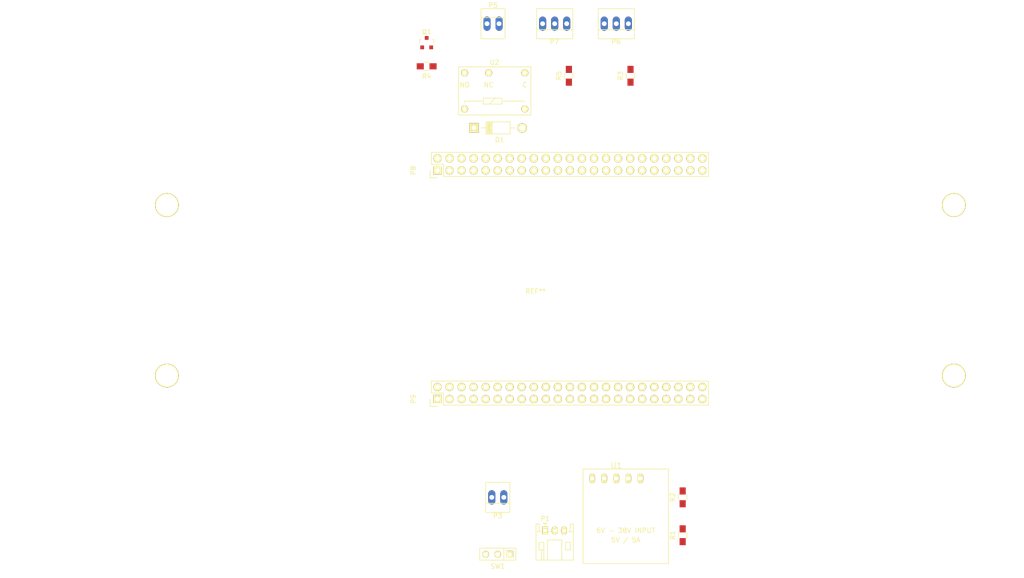
<source format=kicad_pcb>
(kicad_pcb (version 4) (host pcbnew 4.0.2-stable)

  (general
    (links 33)
    (no_connects 33)
    (area 0 0 0 0)
    (thickness 1.6)
    (drawings 13)
    (tracks 0)
    (zones 0)
    (modules 18)
    (nets 101)
  )

  (page A4)
  (layers
    (0 F.Cu signal)
    (31 B.Cu signal)
    (32 B.Adhes user)
    (33 F.Adhes user)
    (34 B.Paste user)
    (35 F.Paste user)
    (36 B.SilkS user)
    (37 F.SilkS user)
    (38 B.Mask user)
    (39 F.Mask user)
    (40 Dwgs.User user)
    (41 Cmts.User user)
    (42 Eco1.User user)
    (43 Eco2.User user)
    (44 Edge.Cuts user)
    (45 Margin user)
    (46 B.CrtYd user)
    (47 F.CrtYd user)
    (48 B.Fab user)
    (49 F.Fab user)
  )

  (setup
    (last_trace_width 0.25)
    (trace_clearance 0.2)
    (zone_clearance 0.508)
    (zone_45_only no)
    (trace_min 0.2)
    (segment_width 0.2)
    (edge_width 0.00254)
    (via_size 0.6)
    (via_drill 0.4)
    (via_min_size 0.4)
    (via_min_drill 0.3)
    (uvia_size 0.3)
    (uvia_drill 0.1)
    (uvias_allowed no)
    (uvia_min_size 0.2)
    (uvia_min_drill 0.1)
    (pcb_text_width 0.3)
    (pcb_text_size 1.5 1.5)
    (mod_edge_width 0.15)
    (mod_text_size 1 1)
    (mod_text_width 0.15)
    (pad_size 1.7272 1.7272)
    (pad_drill 1.016)
    (pad_to_mask_clearance 0)
    (aux_axis_origin 0 0)
    (visible_elements 7FFFFFFF)
    (pcbplotparams
      (layerselection 0x01030_80000001)
      (usegerberextensions false)
      (excludeedgelayer true)
      (linewidth 0.100000)
      (plotframeref false)
      (viasonmask false)
      (mode 1)
      (useauxorigin false)
      (hpglpennumber 1)
      (hpglpenspeed 20)
      (hpglpendiameter 15)
      (hpglpenoverlay 2)
      (psnegative false)
      (psa4output false)
      (plotreference true)
      (plotvalue true)
      (plotinvisibletext false)
      (padsonsilk false)
      (subtractmaskfromsilk false)
      (outputformat 4)
      (mirror false)
      (drillshape 0)
      (scaleselection 1)
      (outputdirectory ""))
  )

  (net 0 "")
  (net 1 "Net-(P8-Pad3)")
  (net 2 "Net-(P8-Pad4)")
  (net 3 "Net-(P8-Pad5)")
  (net 4 "Net-(P8-Pad6)")
  (net 5 "Net-(P8-Pad7)")
  (net 6 "Net-(P8-Pad8)")
  (net 7 "Net-(P8-Pad9)")
  (net 8 "Net-(P8-Pad10)")
  (net 9 "Net-(P8-Pad11)")
  (net 10 "Net-(P8-Pad12)")
  (net 11 "Net-(P8-Pad13)")
  (net 12 "Net-(P8-Pad14)")
  (net 13 "Net-(P8-Pad15)")
  (net 14 "Net-(P8-Pad16)")
  (net 15 "Net-(P8-Pad17)")
  (net 16 "Net-(P8-Pad18)")
  (net 17 "Net-(P8-Pad19)")
  (net 18 "Net-(P8-Pad20)")
  (net 19 "Net-(P8-Pad21)")
  (net 20 "Net-(P8-Pad22)")
  (net 21 "Net-(P8-Pad23)")
  (net 22 "Net-(P8-Pad24)")
  (net 23 "Net-(P8-Pad25)")
  (net 24 "Net-(P8-Pad26)")
  (net 25 "Net-(P8-Pad27)")
  (net 26 "Net-(P8-Pad28)")
  (net 27 "Net-(P8-Pad29)")
  (net 28 "Net-(P8-Pad30)")
  (net 29 "Net-(P8-Pad31)")
  (net 30 "Net-(P8-Pad32)")
  (net 31 "Net-(P8-Pad33)")
  (net 32 "Net-(P8-Pad34)")
  (net 33 "Net-(P8-Pad35)")
  (net 34 "Net-(P8-Pad36)")
  (net 35 "Net-(P8-Pad37)")
  (net 36 "Net-(P8-Pad38)")
  (net 37 "Net-(P8-Pad39)")
  (net 38 "Net-(P8-Pad40)")
  (net 39 "Net-(P8-Pad41)")
  (net 40 "Net-(P8-Pad42)")
  (net 41 "Net-(P8-Pad43)")
  (net 42 "Net-(P8-Pad44)")
  (net 43 "Net-(P8-Pad45)")
  (net 44 "Net-(P8-Pad46)")
  (net 45 "Net-(P9-Pad11)")
  (net 46 "Net-(P9-Pad12)")
  (net 47 "Net-(P9-Pad13)")
  (net 48 "Net-(P9-Pad14)")
  (net 49 "Net-(P9-Pad15)")
  (net 50 "Net-(P9-Pad16)")
  (net 51 "Net-(P9-Pad17)")
  (net 52 "Net-(P9-Pad18)")
  (net 53 "Net-(P9-Pad19)")
  (net 54 "Net-(P9-Pad20)")
  (net 55 "Net-(P9-Pad21)")
  (net 56 "Net-(P9-Pad22)")
  (net 57 "Net-(P9-Pad23)")
  (net 58 "Net-(P9-Pad24)")
  (net 59 "Net-(P9-Pad25)")
  (net 60 "Net-(P9-Pad26)")
  (net 61 "Net-(P9-Pad27)")
  (net 62 "Net-(P9-Pad28)")
  (net 63 "Net-(P9-Pad29)")
  (net 64 "Net-(P9-Pad30)")
  (net 65 "Net-(P9-Pad31)")
  (net 66 "Net-(P9-Pad33)")
  (net 67 "Net-(P9-Pad35)")
  (net 68 "Net-(P9-Pad36)")
  (net 69 "Net-(P9-Pad37)")
  (net 70 "Net-(P9-Pad38)")
  (net 71 "Net-(P9-Pad39)")
  (net 72 "Net-(P9-Pad40)")
  (net 73 "Net-(P9-Pad41)")
  (net 74 "Net-(P9-Pad42)")
  (net 75 GNDD)
  (net 76 +3V3)
  (net 77 +5V)
  (net 78 SYS_5V)
  (net 79 PWR_BUT)
  (net 80 SYS_RESETN)
  (net 81 VDD_ADC)
  (net 82 GNDA_ADC)
  (net 83 "Net-(D1-Pad2)")
  (net 84 "Net-(P1-Pad1)")
  (net 85 "Net-(P1-Pad2)")
  (net 86 "Net-(P1-Pad3)")
  (net 87 ESC_SWITCH)
  (net 88 STEER_PWM)
  (net 89 MOTOR_PWM)
  (net 90 "Net-(P3-Pad1)")
  (net 91 "Net-(P3-Pad2)")
  (net 92 "Net-(P5-Pad1)")
  (net 93 "Net-(P5-Pad2)")
  (net 94 "Net-(P6-Pad1)")
  (net 95 "Net-(P7-Pad1)")
  (net 96 "Net-(P7-Pad2)")
  (net 97 "Net-(R1-Pad2)")
  (net 98 "Net-(R2-Pad2)")
  (net 99 "Net-(SW1-Pad1)")
  (net 100 "Net-(U2-Pad10)")

  (net_class Default "To jest domyślna klasa połączeń."
    (clearance 0.2)
    (trace_width 0.25)
    (via_dia 0.6)
    (via_drill 0.4)
    (uvia_dia 0.3)
    (uvia_drill 0.1)
    (add_net +3V3)
    (add_net +5V)
    (add_net ESC_SWITCH)
    (add_net GNDA_ADC)
    (add_net GNDD)
    (add_net MOTOR_PWM)
    (add_net "Net-(D1-Pad2)")
    (add_net "Net-(P1-Pad1)")
    (add_net "Net-(P1-Pad2)")
    (add_net "Net-(P1-Pad3)")
    (add_net "Net-(P3-Pad1)")
    (add_net "Net-(P3-Pad2)")
    (add_net "Net-(P5-Pad1)")
    (add_net "Net-(P5-Pad2)")
    (add_net "Net-(P6-Pad1)")
    (add_net "Net-(P7-Pad1)")
    (add_net "Net-(P7-Pad2)")
    (add_net "Net-(P8-Pad10)")
    (add_net "Net-(P8-Pad11)")
    (add_net "Net-(P8-Pad12)")
    (add_net "Net-(P8-Pad13)")
    (add_net "Net-(P8-Pad14)")
    (add_net "Net-(P8-Pad15)")
    (add_net "Net-(P8-Pad16)")
    (add_net "Net-(P8-Pad17)")
    (add_net "Net-(P8-Pad18)")
    (add_net "Net-(P8-Pad19)")
    (add_net "Net-(P8-Pad20)")
    (add_net "Net-(P8-Pad21)")
    (add_net "Net-(P8-Pad22)")
    (add_net "Net-(P8-Pad23)")
    (add_net "Net-(P8-Pad24)")
    (add_net "Net-(P8-Pad25)")
    (add_net "Net-(P8-Pad26)")
    (add_net "Net-(P8-Pad27)")
    (add_net "Net-(P8-Pad28)")
    (add_net "Net-(P8-Pad29)")
    (add_net "Net-(P8-Pad3)")
    (add_net "Net-(P8-Pad30)")
    (add_net "Net-(P8-Pad31)")
    (add_net "Net-(P8-Pad32)")
    (add_net "Net-(P8-Pad33)")
    (add_net "Net-(P8-Pad34)")
    (add_net "Net-(P8-Pad35)")
    (add_net "Net-(P8-Pad36)")
    (add_net "Net-(P8-Pad37)")
    (add_net "Net-(P8-Pad38)")
    (add_net "Net-(P8-Pad39)")
    (add_net "Net-(P8-Pad4)")
    (add_net "Net-(P8-Pad40)")
    (add_net "Net-(P8-Pad41)")
    (add_net "Net-(P8-Pad42)")
    (add_net "Net-(P8-Pad43)")
    (add_net "Net-(P8-Pad44)")
    (add_net "Net-(P8-Pad45)")
    (add_net "Net-(P8-Pad46)")
    (add_net "Net-(P8-Pad5)")
    (add_net "Net-(P8-Pad6)")
    (add_net "Net-(P8-Pad7)")
    (add_net "Net-(P8-Pad8)")
    (add_net "Net-(P8-Pad9)")
    (add_net "Net-(P9-Pad11)")
    (add_net "Net-(P9-Pad12)")
    (add_net "Net-(P9-Pad13)")
    (add_net "Net-(P9-Pad14)")
    (add_net "Net-(P9-Pad15)")
    (add_net "Net-(P9-Pad16)")
    (add_net "Net-(P9-Pad17)")
    (add_net "Net-(P9-Pad18)")
    (add_net "Net-(P9-Pad19)")
    (add_net "Net-(P9-Pad20)")
    (add_net "Net-(P9-Pad21)")
    (add_net "Net-(P9-Pad22)")
    (add_net "Net-(P9-Pad23)")
    (add_net "Net-(P9-Pad24)")
    (add_net "Net-(P9-Pad25)")
    (add_net "Net-(P9-Pad26)")
    (add_net "Net-(P9-Pad27)")
    (add_net "Net-(P9-Pad28)")
    (add_net "Net-(P9-Pad29)")
    (add_net "Net-(P9-Pad30)")
    (add_net "Net-(P9-Pad31)")
    (add_net "Net-(P9-Pad33)")
    (add_net "Net-(P9-Pad35)")
    (add_net "Net-(P9-Pad36)")
    (add_net "Net-(P9-Pad37)")
    (add_net "Net-(P9-Pad38)")
    (add_net "Net-(P9-Pad39)")
    (add_net "Net-(P9-Pad40)")
    (add_net "Net-(P9-Pad41)")
    (add_net "Net-(P9-Pad42)")
    (add_net "Net-(R1-Pad2)")
    (add_net "Net-(R2-Pad2)")
    (add_net "Net-(SW1-Pad1)")
    (add_net "Net-(U2-Pad10)")
    (add_net PWR_BUT)
    (add_net STEER_PWM)
    (add_net SYS_5V)
    (add_net SYS_RESETN)
    (add_net VDD_ADC)
  )

  (module 1_18_CarMount (layer F.Cu) (tedit 576ED951) (tstamp 576ED97E)
    (at 146 89)
    (fp_text reference REF** (at 0 0.5) (layer F.SilkS)
      (effects (font (size 1 1) (thickness 0.15)))
    )
    (fp_text value 1_18_CarMount (at 0 -0.5) (layer F.Fab)
      (effects (font (size 1 1) (thickness 0.15)))
    )
    (pad 1 thru_hole circle (at 88.2 18.29) (size 5 5) (drill 4.5) (layers *.Cu *.Mask F.SilkS))
    (pad 1 thru_hole circle (at 88.2 -17.71) (size 5 5) (drill 4.5) (layers *.Cu *.Mask F.SilkS))
    (pad 1 thru_hole circle (at -77.8 18.29) (size 5 5) (drill 4.5) (layers *.Cu *.Mask F.SilkS))
    (pad 1 thru_hole circle (at -77.8 -17.71) (size 5 5) (drill 4.5) (layers *.Cu *.Mask F.SilkS))
  )

  (module Socket_BeagleBone_Black:Socket_BeagleBone_Black (layer F.Cu) (tedit 55DF76F9) (tstamp 55DF7717)
    (at 125.2774 63.9849 90)
    (descr "Through hole pin header")
    (tags "pin header")
    (path /55DF7DE1)
    (fp_text reference P8 (at 0 -5.1 90) (layer F.SilkS)
      (effects (font (size 1 1) (thickness 0.15)))
    )
    (fp_text value BeagleBone_Black_Header (at 0 -3.1 90) (layer F.Fab)
      (effects (font (size 1 1) (thickness 0.15)))
    )
    (fp_line (start -1.75 -1.75) (end -1.75 57.65) (layer F.CrtYd) (width 0.05))
    (fp_line (start 4.3 -1.75) (end 4.3 57.65) (layer F.CrtYd) (width 0.05))
    (fp_line (start -1.75 -1.75) (end 4.3 -1.75) (layer F.CrtYd) (width 0.05))
    (fp_line (start -1.75 57.65) (end 4.3 57.65) (layer F.CrtYd) (width 0.05))
    (fp_line (start 3.81 57.15) (end 3.81 -1.27) (layer F.SilkS) (width 0.15))
    (fp_line (start -1.27 57.15) (end -1.27 1.27) (layer F.SilkS) (width 0.15))
    (fp_line (start 3.81 57.15) (end -1.27 57.15) (layer F.SilkS) (width 0.15))
    (fp_line (start 3.81 -1.27) (end 1.27 -1.27) (layer F.SilkS) (width 0.15))
    (fp_line (start 0 -1.55) (end -1.55 -1.55) (layer F.SilkS) (width 0.15))
    (fp_line (start 1.27 -1.27) (end 1.27 1.27) (layer F.SilkS) (width 0.15))
    (fp_line (start 1.27 1.27) (end -1.27 1.27) (layer F.SilkS) (width 0.15))
    (fp_line (start -1.55 -1.55) (end -1.55 0) (layer F.SilkS) (width 0.15))
    (pad 1 thru_hole rect (at 0 0 90) (size 1.7272 1.7272) (drill 1.016) (layers *.Cu *.Mask F.SilkS)
      (net 75 GNDD))
    (pad 2 thru_hole oval (at 2.54 0 90) (size 1.7272 1.7272) (drill 1.016) (layers *.Cu *.Mask F.SilkS)
      (net 75 GNDD))
    (pad 3 thru_hole oval (at 0 2.54 90) (size 1.7272 1.7272) (drill 1.016) (layers *.Cu *.Mask F.SilkS)
      (net 1 "Net-(P8-Pad3)"))
    (pad 4 thru_hole oval (at 2.54 2.54 90) (size 1.7272 1.7272) (drill 1.016) (layers *.Cu *.Mask F.SilkS)
      (net 2 "Net-(P8-Pad4)"))
    (pad 5 thru_hole oval (at 0 5.08 90) (size 1.7272 1.7272) (drill 1.016) (layers *.Cu *.Mask F.SilkS)
      (net 3 "Net-(P8-Pad5)"))
    (pad 6 thru_hole oval (at 2.54 5.08 90) (size 1.7272 1.7272) (drill 1.016) (layers *.Cu *.Mask F.SilkS)
      (net 4 "Net-(P8-Pad6)"))
    (pad 7 thru_hole oval (at 0 7.62 90) (size 1.7272 1.7272) (drill 1.016) (layers *.Cu *.Mask F.SilkS)
      (net 5 "Net-(P8-Pad7)"))
    (pad 8 thru_hole oval (at 2.54 7.62 90) (size 1.7272 1.7272) (drill 1.016) (layers *.Cu *.Mask F.SilkS)
      (net 6 "Net-(P8-Pad8)"))
    (pad 9 thru_hole oval (at 0 10.16 90) (size 1.7272 1.7272) (drill 1.016) (layers *.Cu *.Mask F.SilkS)
      (net 7 "Net-(P8-Pad9)"))
    (pad 10 thru_hole oval (at 2.54 10.16 90) (size 1.7272 1.7272) (drill 1.016) (layers *.Cu *.Mask F.SilkS)
      (net 8 "Net-(P8-Pad10)"))
    (pad 11 thru_hole oval (at 0 12.7 90) (size 1.7272 1.7272) (drill 1.016) (layers *.Cu *.Mask F.SilkS)
      (net 9 "Net-(P8-Pad11)"))
    (pad 12 thru_hole oval (at 2.54 12.7 90) (size 1.7272 1.7272) (drill 1.016) (layers *.Cu *.Mask F.SilkS)
      (net 10 "Net-(P8-Pad12)"))
    (pad 13 thru_hole oval (at 0 15.24 90) (size 1.7272 1.7272) (drill 1.016) (layers *.Cu *.Mask F.SilkS)
      (net 11 "Net-(P8-Pad13)"))
    (pad 14 thru_hole oval (at 2.54 15.24 90) (size 1.7272 1.7272) (drill 1.016) (layers *.Cu *.Mask F.SilkS)
      (net 12 "Net-(P8-Pad14)"))
    (pad 15 thru_hole oval (at 0 17.78 90) (size 1.7272 1.7272) (drill 1.016) (layers *.Cu *.Mask F.SilkS)
      (net 13 "Net-(P8-Pad15)"))
    (pad 16 thru_hole oval (at 2.54 17.78 90) (size 1.7272 1.7272) (drill 1.016) (layers *.Cu *.Mask F.SilkS)
      (net 14 "Net-(P8-Pad16)"))
    (pad 17 thru_hole oval (at 0 20.32 90) (size 1.7272 1.7272) (drill 1.016) (layers *.Cu *.Mask F.SilkS)
      (net 15 "Net-(P8-Pad17)"))
    (pad 18 thru_hole oval (at 2.54 20.32 90) (size 1.7272 1.7272) (drill 1.016) (layers *.Cu *.Mask F.SilkS)
      (net 16 "Net-(P8-Pad18)"))
    (pad 19 thru_hole oval (at 0 22.86 90) (size 1.7272 1.7272) (drill 1.016) (layers *.Cu *.Mask F.SilkS)
      (net 17 "Net-(P8-Pad19)"))
    (pad 20 thru_hole oval (at 2.54 22.86 90) (size 1.7272 1.7272) (drill 1.016) (layers *.Cu *.Mask F.SilkS)
      (net 18 "Net-(P8-Pad20)"))
    (pad 21 thru_hole oval (at 0 25.4 90) (size 1.7272 1.7272) (drill 1.016) (layers *.Cu *.Mask F.SilkS)
      (net 19 "Net-(P8-Pad21)"))
    (pad 22 thru_hole oval (at 2.54 25.4 90) (size 1.7272 1.7272) (drill 1.016) (layers *.Cu *.Mask F.SilkS)
      (net 20 "Net-(P8-Pad22)"))
    (pad 23 thru_hole oval (at 0 27.94 90) (size 1.7272 1.7272) (drill 1.016) (layers *.Cu *.Mask F.SilkS)
      (net 21 "Net-(P8-Pad23)"))
    (pad 24 thru_hole oval (at 2.54 27.94 90) (size 1.7272 1.7272) (drill 1.016) (layers *.Cu *.Mask F.SilkS)
      (net 22 "Net-(P8-Pad24)"))
    (pad 25 thru_hole oval (at 0 30.48 90) (size 1.7272 1.7272) (drill 1.016) (layers *.Cu *.Mask F.SilkS)
      (net 23 "Net-(P8-Pad25)"))
    (pad 26 thru_hole oval (at 2.54 30.48 90) (size 1.7272 1.7272) (drill 1.016) (layers *.Cu *.Mask F.SilkS)
      (net 24 "Net-(P8-Pad26)"))
    (pad 27 thru_hole oval (at 0 33.02 90) (size 1.7272 1.7272) (drill 1.016) (layers *.Cu *.Mask F.SilkS)
      (net 25 "Net-(P8-Pad27)"))
    (pad 28 thru_hole oval (at 2.54 33.02 90) (size 1.7272 1.7272) (drill 1.016) (layers *.Cu *.Mask F.SilkS)
      (net 26 "Net-(P8-Pad28)"))
    (pad 29 thru_hole oval (at 0 35.56 90) (size 1.7272 1.7272) (drill 1.016) (layers *.Cu *.Mask F.SilkS)
      (net 27 "Net-(P8-Pad29)"))
    (pad 30 thru_hole oval (at 2.54 35.56 90) (size 1.7272 1.7272) (drill 1.016) (layers *.Cu *.Mask F.SilkS)
      (net 28 "Net-(P8-Pad30)"))
    (pad 31 thru_hole oval (at 0 38.1 90) (size 1.7272 1.7272) (drill 1.016) (layers *.Cu *.Mask F.SilkS)
      (net 29 "Net-(P8-Pad31)"))
    (pad 32 thru_hole oval (at 2.54 38.1 90) (size 1.7272 1.7272) (drill 1.016) (layers *.Cu *.Mask F.SilkS)
      (net 30 "Net-(P8-Pad32)"))
    (pad 33 thru_hole oval (at 0 40.64 90) (size 1.7272 1.7272) (drill 1.016) (layers *.Cu *.Mask F.SilkS)
      (net 31 "Net-(P8-Pad33)"))
    (pad 34 thru_hole oval (at 2.54 40.64 90) (size 1.7272 1.7272) (drill 1.016) (layers *.Cu *.Mask F.SilkS)
      (net 32 "Net-(P8-Pad34)"))
    (pad 35 thru_hole oval (at 0 43.18 90) (size 1.7272 1.7272) (drill 1.016) (layers *.Cu *.Mask F.SilkS)
      (net 33 "Net-(P8-Pad35)"))
    (pad 36 thru_hole oval (at 2.54 43.18 90) (size 1.7272 1.7272) (drill 1.016) (layers *.Cu *.Mask F.SilkS)
      (net 34 "Net-(P8-Pad36)"))
    (pad 37 thru_hole oval (at 0 45.72 90) (size 1.7272 1.7272) (drill 1.016) (layers *.Cu *.Mask F.SilkS)
      (net 35 "Net-(P8-Pad37)"))
    (pad 38 thru_hole oval (at 2.54 45.72 90) (size 1.7272 1.7272) (drill 1.016) (layers *.Cu *.Mask F.SilkS)
      (net 36 "Net-(P8-Pad38)"))
    (pad 39 thru_hole oval (at 0 48.26 90) (size 1.7272 1.7272) (drill 1.016) (layers *.Cu *.Mask F.SilkS)
      (net 37 "Net-(P8-Pad39)"))
    (pad 40 thru_hole oval (at 2.54 48.26 90) (size 1.7272 1.7272) (drill 1.016) (layers *.Cu *.Mask F.SilkS)
      (net 38 "Net-(P8-Pad40)"))
    (pad 41 thru_hole oval (at 0 50.8 90) (size 1.7272 1.7272) (drill 1.016) (layers *.Cu *.Mask F.SilkS)
      (net 39 "Net-(P8-Pad41)"))
    (pad 42 thru_hole oval (at 2.54 50.8 90) (size 1.7272 1.7272) (drill 1.016) (layers *.Cu *.Mask F.SilkS)
      (net 40 "Net-(P8-Pad42)"))
    (pad 43 thru_hole oval (at 0 53.34 90) (size 1.7272 1.7272) (drill 1.016) (layers *.Cu *.Mask F.SilkS)
      (net 41 "Net-(P8-Pad43)"))
    (pad 44 thru_hole oval (at 2.54 53.34 90) (size 1.7272 1.7272) (drill 1.016) (layers *.Cu *.Mask F.SilkS)
      (net 42 "Net-(P8-Pad44)"))
    (pad 45 thru_hole oval (at 0 55.88 90) (size 1.7272 1.7272) (drill 1.016) (layers *.Cu *.Mask F.SilkS)
      (net 43 "Net-(P8-Pad45)"))
    (pad 46 thru_hole oval (at 2.54 55.88 90) (size 1.7272 1.7272) (drill 1.016) (layers *.Cu *.Mask F.SilkS)
      (net 44 "Net-(P8-Pad46)"))
    (model ${KIPRJMOD}/Socket_BeagleBone_Black.3dshapes/Socket_BeagleBone_Black.wrl
      (at (xyz 0.05 -1.1 0))
      (scale (xyz 1 1 1))
      (rotate (xyz 0 0 90))
    )
  )

  (module Socket_BeagleBone_Black:Socket_BeagleBone_Black (layer F.Cu) (tedit 0) (tstamp 55DF7748)
    (at 125.2774 112.2449 90)
    (descr "Through hole pin header")
    (tags "pin header")
    (path /55DF7DBA)
    (fp_text reference P9 (at 0 -5.1 90) (layer F.SilkS)
      (effects (font (size 1 1) (thickness 0.15)))
    )
    (fp_text value BeagleBone_Black_Header (at 0 -3.1 90) (layer F.Fab)
      (effects (font (size 1 1) (thickness 0.15)))
    )
    (fp_line (start -1.75 -1.75) (end -1.75 57.65) (layer F.CrtYd) (width 0.05))
    (fp_line (start 4.3 -1.75) (end 4.3 57.65) (layer F.CrtYd) (width 0.05))
    (fp_line (start -1.75 -1.75) (end 4.3 -1.75) (layer F.CrtYd) (width 0.05))
    (fp_line (start -1.75 57.65) (end 4.3 57.65) (layer F.CrtYd) (width 0.05))
    (fp_line (start 3.81 57.15) (end 3.81 -1.27) (layer F.SilkS) (width 0.15))
    (fp_line (start -1.27 57.15) (end -1.27 1.27) (layer F.SilkS) (width 0.15))
    (fp_line (start 3.81 57.15) (end -1.27 57.15) (layer F.SilkS) (width 0.15))
    (fp_line (start 3.81 -1.27) (end 1.27 -1.27) (layer F.SilkS) (width 0.15))
    (fp_line (start 0 -1.55) (end -1.55 -1.55) (layer F.SilkS) (width 0.15))
    (fp_line (start 1.27 -1.27) (end 1.27 1.27) (layer F.SilkS) (width 0.15))
    (fp_line (start 1.27 1.27) (end -1.27 1.27) (layer F.SilkS) (width 0.15))
    (fp_line (start -1.55 -1.55) (end -1.55 0) (layer F.SilkS) (width 0.15))
    (pad 1 thru_hole rect (at 0 0 90) (size 1.7272 1.7272) (drill 1.016) (layers *.Cu *.Mask F.SilkS)
      (net 75 GNDD))
    (pad 2 thru_hole oval (at 2.54 0 90) (size 1.7272 1.7272) (drill 1.016) (layers *.Cu *.Mask F.SilkS)
      (net 75 GNDD))
    (pad 3 thru_hole oval (at 0 2.54 90) (size 1.7272 1.7272) (drill 1.016) (layers *.Cu *.Mask F.SilkS)
      (net 76 +3V3))
    (pad 4 thru_hole oval (at 2.54 2.54 90) (size 1.7272 1.7272) (drill 1.016) (layers *.Cu *.Mask F.SilkS)
      (net 76 +3V3))
    (pad 5 thru_hole oval (at 0 5.08 90) (size 1.7272 1.7272) (drill 1.016) (layers *.Cu *.Mask F.SilkS)
      (net 77 +5V))
    (pad 6 thru_hole oval (at 2.54 5.08 90) (size 1.7272 1.7272) (drill 1.016) (layers *.Cu *.Mask F.SilkS)
      (net 77 +5V))
    (pad 7 thru_hole oval (at 0 7.62 90) (size 1.7272 1.7272) (drill 1.016) (layers *.Cu *.Mask F.SilkS)
      (net 78 SYS_5V))
    (pad 8 thru_hole oval (at 2.54 7.62 90) (size 1.7272 1.7272) (drill 1.016) (layers *.Cu *.Mask F.SilkS)
      (net 78 SYS_5V))
    (pad 9 thru_hole oval (at 0 10.16 90) (size 1.7272 1.7272) (drill 1.016) (layers *.Cu *.Mask F.SilkS)
      (net 79 PWR_BUT))
    (pad 10 thru_hole oval (at 2.54 10.16 90) (size 1.7272 1.7272) (drill 1.016) (layers *.Cu *.Mask F.SilkS)
      (net 80 SYS_RESETN))
    (pad 11 thru_hole oval (at 0 12.7 90) (size 1.7272 1.7272) (drill 1.016) (layers *.Cu *.Mask F.SilkS)
      (net 45 "Net-(P9-Pad11)"))
    (pad 12 thru_hole oval (at 2.54 12.7 90) (size 1.7272 1.7272) (drill 1.016) (layers *.Cu *.Mask F.SilkS)
      (net 46 "Net-(P9-Pad12)"))
    (pad 13 thru_hole oval (at 0 15.24 90) (size 1.7272 1.7272) (drill 1.016) (layers *.Cu *.Mask F.SilkS)
      (net 47 "Net-(P9-Pad13)"))
    (pad 14 thru_hole oval (at 2.54 15.24 90) (size 1.7272 1.7272) (drill 1.016) (layers *.Cu *.Mask F.SilkS)
      (net 48 "Net-(P9-Pad14)"))
    (pad 15 thru_hole oval (at 0 17.78 90) (size 1.7272 1.7272) (drill 1.016) (layers *.Cu *.Mask F.SilkS)
      (net 49 "Net-(P9-Pad15)"))
    (pad 16 thru_hole oval (at 2.54 17.78 90) (size 1.7272 1.7272) (drill 1.016) (layers *.Cu *.Mask F.SilkS)
      (net 50 "Net-(P9-Pad16)"))
    (pad 17 thru_hole oval (at 0 20.32 90) (size 1.7272 1.7272) (drill 1.016) (layers *.Cu *.Mask F.SilkS)
      (net 51 "Net-(P9-Pad17)"))
    (pad 18 thru_hole oval (at 2.54 20.32 90) (size 1.7272 1.7272) (drill 1.016) (layers *.Cu *.Mask F.SilkS)
      (net 52 "Net-(P9-Pad18)"))
    (pad 19 thru_hole oval (at 0 22.86 90) (size 1.7272 1.7272) (drill 1.016) (layers *.Cu *.Mask F.SilkS)
      (net 53 "Net-(P9-Pad19)"))
    (pad 20 thru_hole oval (at 2.54 22.86 90) (size 1.7272 1.7272) (drill 1.016) (layers *.Cu *.Mask F.SilkS)
      (net 54 "Net-(P9-Pad20)"))
    (pad 21 thru_hole oval (at 0 25.4 90) (size 1.7272 1.7272) (drill 1.016) (layers *.Cu *.Mask F.SilkS)
      (net 55 "Net-(P9-Pad21)"))
    (pad 22 thru_hole oval (at 2.54 25.4 90) (size 1.7272 1.7272) (drill 1.016) (layers *.Cu *.Mask F.SilkS)
      (net 56 "Net-(P9-Pad22)"))
    (pad 23 thru_hole oval (at 0 27.94 90) (size 1.7272 1.7272) (drill 1.016) (layers *.Cu *.Mask F.SilkS)
      (net 57 "Net-(P9-Pad23)"))
    (pad 24 thru_hole oval (at 2.54 27.94 90) (size 1.7272 1.7272) (drill 1.016) (layers *.Cu *.Mask F.SilkS)
      (net 58 "Net-(P9-Pad24)"))
    (pad 25 thru_hole oval (at 0 30.48 90) (size 1.7272 1.7272) (drill 1.016) (layers *.Cu *.Mask F.SilkS)
      (net 59 "Net-(P9-Pad25)"))
    (pad 26 thru_hole oval (at 2.54 30.48 90) (size 1.7272 1.7272) (drill 1.016) (layers *.Cu *.Mask F.SilkS)
      (net 60 "Net-(P9-Pad26)"))
    (pad 27 thru_hole oval (at 0 33.02 90) (size 1.7272 1.7272) (drill 1.016) (layers *.Cu *.Mask F.SilkS)
      (net 61 "Net-(P9-Pad27)"))
    (pad 28 thru_hole oval (at 2.54 33.02 90) (size 1.7272 1.7272) (drill 1.016) (layers *.Cu *.Mask F.SilkS)
      (net 62 "Net-(P9-Pad28)"))
    (pad 29 thru_hole oval (at 0 35.56 90) (size 1.7272 1.7272) (drill 1.016) (layers *.Cu *.Mask F.SilkS)
      (net 63 "Net-(P9-Pad29)"))
    (pad 30 thru_hole oval (at 2.54 35.56 90) (size 1.7272 1.7272) (drill 1.016) (layers *.Cu *.Mask F.SilkS)
      (net 64 "Net-(P9-Pad30)"))
    (pad 31 thru_hole oval (at 0 38.1 90) (size 1.7272 1.7272) (drill 1.016) (layers *.Cu *.Mask F.SilkS)
      (net 65 "Net-(P9-Pad31)"))
    (pad 32 thru_hole oval (at 2.54 38.1 90) (size 1.7272 1.7272) (drill 1.016) (layers *.Cu *.Mask F.SilkS)
      (net 81 VDD_ADC))
    (pad 33 thru_hole oval (at 0 40.64 90) (size 1.7272 1.7272) (drill 1.016) (layers *.Cu *.Mask F.SilkS)
      (net 66 "Net-(P9-Pad33)"))
    (pad 34 thru_hole oval (at 2.54 40.64 90) (size 1.7272 1.7272) (drill 1.016) (layers *.Cu *.Mask F.SilkS)
      (net 82 GNDA_ADC))
    (pad 35 thru_hole oval (at 0 43.18 90) (size 1.7272 1.7272) (drill 1.016) (layers *.Cu *.Mask F.SilkS)
      (net 67 "Net-(P9-Pad35)"))
    (pad 36 thru_hole oval (at 2.54 43.18 90) (size 1.7272 1.7272) (drill 1.016) (layers *.Cu *.Mask F.SilkS)
      (net 68 "Net-(P9-Pad36)"))
    (pad 37 thru_hole oval (at 0 45.72 90) (size 1.7272 1.7272) (drill 1.016) (layers *.Cu *.Mask F.SilkS)
      (net 69 "Net-(P9-Pad37)"))
    (pad 38 thru_hole oval (at 2.54 45.72 90) (size 1.7272 1.7272) (drill 1.016) (layers *.Cu *.Mask F.SilkS)
      (net 70 "Net-(P9-Pad38)"))
    (pad 39 thru_hole oval (at 0 48.26 90) (size 1.7272 1.7272) (drill 1.016) (layers *.Cu *.Mask F.SilkS)
      (net 71 "Net-(P9-Pad39)"))
    (pad 40 thru_hole oval (at 2.54 48.26 90) (size 1.7272 1.7272) (drill 1.016) (layers *.Cu *.Mask F.SilkS)
      (net 72 "Net-(P9-Pad40)"))
    (pad 41 thru_hole oval (at 0 50.8 90) (size 1.7272 1.7272) (drill 1.016) (layers *.Cu *.Mask F.SilkS)
      (net 73 "Net-(P9-Pad41)"))
    (pad 42 thru_hole oval (at 2.54 50.8 90) (size 1.7272 1.7272) (drill 1.016) (layers *.Cu *.Mask F.SilkS)
      (net 74 "Net-(P9-Pad42)"))
    (pad 43 thru_hole oval (at 0 53.34 90) (size 1.7272 1.7272) (drill 1.016) (layers *.Cu *.Mask F.SilkS)
      (net 75 GNDD))
    (pad 44 thru_hole oval (at 2.54 53.34 90) (size 1.7272 1.7272) (drill 1.016) (layers *.Cu *.Mask F.SilkS)
      (net 75 GNDD))
    (pad 45 thru_hole oval (at 0 55.88 90) (size 1.7272 1.7272) (drill 1.016) (layers *.Cu *.Mask F.SilkS)
      (net 75 GNDD))
    (pad 46 thru_hole oval (at 2.54 55.88 90) (size 1.7272 1.7272) (drill 1.016) (layers *.Cu *.Mask F.SilkS)
      (net 75 GNDD))
    (model ${KIPRJMOD}/Socket_BeagleBone_Black.3dshapes/Socket_BeagleBone_Black.wrl
      (at (xyz 0.05 -1.1 0))
      (scale (xyz 1 1 1))
      (rotate (xyz 0 0 90))
    )
  )

  (module Diodes_ThroughHole:Diode_DO-41_SOD81_Horizontal_RM10 (layer F.Cu) (tedit 552FFCCE) (tstamp 576F021C)
    (at 133 55)
    (descr "Diode, DO-41, SOD81, Horizontal, RM 10mm,")
    (tags "Diode, DO-41, SOD81, Horizontal, RM 10mm, 1N4007, SB140,")
    (path /576EFEB1)
    (fp_text reference D1 (at 5.38734 2.53746) (layer F.SilkS)
      (effects (font (size 1 1) (thickness 0.15)))
    )
    (fp_text value D (at 4.37134 -3.55854) (layer F.Fab)
      (effects (font (size 1 1) (thickness 0.15)))
    )
    (fp_line (start 7.62 -0.00254) (end 8.636 -0.00254) (layer F.SilkS) (width 0.15))
    (fp_line (start 2.794 -0.00254) (end 1.524 -0.00254) (layer F.SilkS) (width 0.15))
    (fp_line (start 3.048 -1.27254) (end 3.048 1.26746) (layer F.SilkS) (width 0.15))
    (fp_line (start 3.302 -1.27254) (end 3.302 1.26746) (layer F.SilkS) (width 0.15))
    (fp_line (start 3.556 -1.27254) (end 3.556 1.26746) (layer F.SilkS) (width 0.15))
    (fp_line (start 2.794 -1.27254) (end 2.794 1.26746) (layer F.SilkS) (width 0.15))
    (fp_line (start 3.81 -1.27254) (end 2.54 1.26746) (layer F.SilkS) (width 0.15))
    (fp_line (start 2.54 -1.27254) (end 3.81 1.26746) (layer F.SilkS) (width 0.15))
    (fp_line (start 3.81 -1.27254) (end 3.81 1.26746) (layer F.SilkS) (width 0.15))
    (fp_line (start 3.175 -1.27254) (end 3.175 1.26746) (layer F.SilkS) (width 0.15))
    (fp_line (start 2.54 1.26746) (end 2.54 -1.27254) (layer F.SilkS) (width 0.15))
    (fp_line (start 2.54 -1.27254) (end 7.62 -1.27254) (layer F.SilkS) (width 0.15))
    (fp_line (start 7.62 -1.27254) (end 7.62 1.26746) (layer F.SilkS) (width 0.15))
    (fp_line (start 7.62 1.26746) (end 2.54 1.26746) (layer F.SilkS) (width 0.15))
    (pad 2 thru_hole circle (at 10.16 -0.00254 180) (size 1.99898 1.99898) (drill 1.27) (layers *.Cu *.Mask F.SilkS)
      (net 83 "Net-(D1-Pad2)"))
    (pad 1 thru_hole rect (at 0 -0.00254 180) (size 1.99898 1.99898) (drill 1.00076) (layers *.Cu *.Mask F.SilkS)
      (net 77 +5V))
  )

  (module Connectors_JST:JST_PH_S3B-PH-K_03x2.00mm_Angled (layer F.Cu) (tedit 56B07786) (tstamp 576F0223)
    (at 148 140)
    (descr http://www.jst-mfg.com/product/pdf/eng/ePH.pdf)
    (tags "connector jst ph")
    (path /576EDC85)
    (fp_text reference P1 (at 0 -2.5) (layer F.SilkS)
      (effects (font (size 1 1) (thickness 0.15)))
    )
    (fp_text value CONN_01X03 (at 2 7.5) (layer F.Fab)
      (effects (font (size 1 1) (thickness 0.15)))
    )
    (fp_line (start 0.5 6.25) (end 0.5 2) (layer F.SilkS) (width 0.15))
    (fp_line (start 0.5 2) (end 3.5 2) (layer F.SilkS) (width 0.15))
    (fp_line (start 3.5 2) (end 3.5 6.25) (layer F.SilkS) (width 0.15))
    (fp_line (start -0.9 0.25) (end -1.25 0.25) (layer F.SilkS) (width 0.15))
    (fp_line (start -1.25 0.25) (end -1.25 -1.35) (layer F.SilkS) (width 0.15))
    (fp_line (start -1.25 -1.35) (end -1.95 -1.35) (layer F.SilkS) (width 0.15))
    (fp_line (start -1.95 -1.35) (end -1.95 6.25) (layer F.SilkS) (width 0.15))
    (fp_line (start -1.95 6.25) (end 5.95 6.25) (layer F.SilkS) (width 0.15))
    (fp_line (start 5.95 6.25) (end 5.95 -1.35) (layer F.SilkS) (width 0.15))
    (fp_line (start 5.95 -1.35) (end 5.25 -1.35) (layer F.SilkS) (width 0.15))
    (fp_line (start 5.25 -1.35) (end 5.25 0.25) (layer F.SilkS) (width 0.15))
    (fp_line (start 5.25 0.25) (end 4.9 0.25) (layer F.SilkS) (width 0.15))
    (fp_line (start 0 -1.2) (end -0.4 -1.6) (layer F.SilkS) (width 0.15))
    (fp_line (start -0.4 -1.6) (end 0.4 -1.6) (layer F.SilkS) (width 0.15))
    (fp_line (start 0.4 -1.6) (end 0 -1.2) (layer F.SilkS) (width 0.15))
    (fp_line (start -1.95 0.25) (end -1.25 0.25) (layer F.SilkS) (width 0.15))
    (fp_line (start 5.95 0.25) (end 5.25 0.25) (layer F.SilkS) (width 0.15))
    (fp_line (start -1.3 2.5) (end -1.3 4.1) (layer F.SilkS) (width 0.15))
    (fp_line (start -1.3 4.1) (end -0.3 4.1) (layer F.SilkS) (width 0.15))
    (fp_line (start -0.3 4.1) (end -0.3 2.5) (layer F.SilkS) (width 0.15))
    (fp_line (start -0.3 2.5) (end -1.3 2.5) (layer F.SilkS) (width 0.15))
    (fp_line (start 5.3 2.5) (end 5.3 4.1) (layer F.SilkS) (width 0.15))
    (fp_line (start 5.3 4.1) (end 4.3 4.1) (layer F.SilkS) (width 0.15))
    (fp_line (start 4.3 4.1) (end 4.3 2.5) (layer F.SilkS) (width 0.15))
    (fp_line (start 4.3 2.5) (end 5.3 2.5) (layer F.SilkS) (width 0.15))
    (fp_line (start -0.3 4.1) (end -0.3 6.25) (layer F.SilkS) (width 0.15))
    (fp_line (start -0.8 4.1) (end -0.8 6.25) (layer F.SilkS) (width 0.15))
    (fp_line (start 0.9 0.25) (end 1.1 0.25) (layer F.SilkS) (width 0.15))
    (fp_line (start 2.9 0.25) (end 3.1 0.25) (layer F.SilkS) (width 0.15))
    (fp_line (start -2.45 6.75) (end -2.45 -1.85) (layer F.CrtYd) (width 0.05))
    (fp_line (start -2.45 -1.85) (end 6.45 -1.85) (layer F.CrtYd) (width 0.05))
    (fp_line (start 6.45 -1.85) (end 6.45 6.75) (layer F.CrtYd) (width 0.05))
    (fp_line (start 6.45 6.75) (end -2.45 6.75) (layer F.CrtYd) (width 0.05))
    (pad 1 thru_hole rect (at 0 0) (size 1.2 1.7) (drill 0.7) (layers *.Cu *.Mask F.SilkS)
      (net 84 "Net-(P1-Pad1)"))
    (pad 2 thru_hole oval (at 2 0) (size 1.2 1.7) (drill 0.7) (layers *.Cu *.Mask F.SilkS)
      (net 85 "Net-(P1-Pad2)"))
    (pad 3 thru_hole oval (at 4 0) (size 1.2 1.7) (drill 0.7) (layers *.Cu *.Mask F.SilkS)
      (net 86 "Net-(P1-Pad3)"))
  )

  (module Connect:PINHEAD1-2 (layer F.Cu) (tedit 0) (tstamp 576F025B)
    (at 138 133 180)
    (path /576EE7D5)
    (attr virtual)
    (fp_text reference P3 (at 0 -3.9 180) (layer F.SilkS)
      (effects (font (size 1 1) (thickness 0.15)))
    )
    (fp_text value CONN_01X02 (at 0 3.81 180) (layer F.Fab)
      (effects (font (size 1 1) (thickness 0.15)))
    )
    (fp_line (start 2.54 -1.27) (end -2.54 -1.27) (layer F.SilkS) (width 0.15))
    (fp_line (start 2.54 3.175) (end -2.54 3.175) (layer F.SilkS) (width 0.15))
    (fp_line (start -2.54 -3.175) (end 2.54 -3.175) (layer F.SilkS) (width 0.15))
    (fp_line (start -2.54 -3.175) (end -2.54 3.175) (layer F.SilkS) (width 0.15))
    (fp_line (start 2.54 -3.175) (end 2.54 3.175) (layer F.SilkS) (width 0.15))
    (pad 1 thru_hole oval (at -1.27 0 180) (size 1.50622 3.01498) (drill 0.99822) (layers *.Cu *.Mask)
      (net 90 "Net-(P3-Pad1)"))
    (pad 2 thru_hole oval (at 1.27 0 180) (size 1.50622 3.01498) (drill 0.99822) (layers *.Cu *.Mask)
      (net 91 "Net-(P3-Pad2)"))
  )

  (module Connect:PINHEAD1-2 (layer F.Cu) (tedit 0) (tstamp 576F0293)
    (at 137 33)
    (path /576F1803)
    (attr virtual)
    (fp_text reference P5 (at 0 -3.9) (layer F.SilkS)
      (effects (font (size 1 1) (thickness 0.15)))
    )
    (fp_text value CONN_01X02 (at 0 3.81) (layer F.Fab)
      (effects (font (size 1 1) (thickness 0.15)))
    )
    (fp_line (start 2.54 -1.27) (end -2.54 -1.27) (layer F.SilkS) (width 0.15))
    (fp_line (start 2.54 3.175) (end -2.54 3.175) (layer F.SilkS) (width 0.15))
    (fp_line (start -2.54 -3.175) (end 2.54 -3.175) (layer F.SilkS) (width 0.15))
    (fp_line (start -2.54 -3.175) (end -2.54 3.175) (layer F.SilkS) (width 0.15))
    (fp_line (start 2.54 -3.175) (end 2.54 3.175) (layer F.SilkS) (width 0.15))
    (pad 1 thru_hole oval (at -1.27 0) (size 1.50622 3.01498) (drill 0.99822) (layers *.Cu *.Mask)
      (net 92 "Net-(P5-Pad1)"))
    (pad 2 thru_hole oval (at 1.27 0) (size 1.50622 3.01498) (drill 0.99822) (layers *.Cu *.Mask)
      (net 93 "Net-(P5-Pad2)"))
  )

  (module Connect:PINHEAD1-3 (layer F.Cu) (tedit 0) (tstamp 576F029A)
    (at 163 33 180)
    (path /576F1E5B)
    (attr virtual)
    (fp_text reference P6 (at 0.05 -3.8 180) (layer F.SilkS)
      (effects (font (size 1 1) (thickness 0.15)))
    )
    (fp_text value CONN_01X03 (at 0 3.81 180) (layer F.Fab)
      (effects (font (size 1 1) (thickness 0.15)))
    )
    (fp_line (start -3.81 -3.175) (end -3.81 3.175) (layer F.SilkS) (width 0.15))
    (fp_line (start 3.81 -3.175) (end 3.81 3.175) (layer F.SilkS) (width 0.15))
    (fp_line (start 3.81 -1.27) (end -3.81 -1.27) (layer F.SilkS) (width 0.15))
    (fp_line (start -3.81 -3.175) (end 3.81 -3.175) (layer F.SilkS) (width 0.15))
    (fp_line (start 3.81 3.175) (end -3.81 3.175) (layer F.SilkS) (width 0.15))
    (pad 1 thru_hole oval (at -2.54 0 180) (size 1.50622 3.01498) (drill 0.99822) (layers *.Cu *.Mask)
      (net 94 "Net-(P6-Pad1)"))
    (pad 2 thru_hole oval (at 0 0 180) (size 1.50622 3.01498) (drill 0.99822) (layers *.Cu *.Mask)
      (net 76 +3V3))
    (pad 3 thru_hole oval (at 2.54 0 180) (size 1.50622 3.01498) (drill 0.99822) (layers *.Cu *.Mask)
      (net 75 GNDD))
  )

  (module Connect:PINHEAD1-3 (layer F.Cu) (tedit 0) (tstamp 576F02A1)
    (at 150 33 180)
    (path /576F1D67)
    (attr virtual)
    (fp_text reference P7 (at 0.05 -3.8 180) (layer F.SilkS)
      (effects (font (size 1 1) (thickness 0.15)))
    )
    (fp_text value CONN_01X03 (at 0 3.81 180) (layer F.Fab)
      (effects (font (size 1 1) (thickness 0.15)))
    )
    (fp_line (start -3.81 -3.175) (end -3.81 3.175) (layer F.SilkS) (width 0.15))
    (fp_line (start 3.81 -3.175) (end 3.81 3.175) (layer F.SilkS) (width 0.15))
    (fp_line (start 3.81 -1.27) (end -3.81 -1.27) (layer F.SilkS) (width 0.15))
    (fp_line (start -3.81 -3.175) (end 3.81 -3.175) (layer F.SilkS) (width 0.15))
    (fp_line (start 3.81 3.175) (end -3.81 3.175) (layer F.SilkS) (width 0.15))
    (pad 1 thru_hole oval (at -2.54 0 180) (size 1.50622 3.01498) (drill 0.99822) (layers *.Cu *.Mask)
      (net 95 "Net-(P7-Pad1)"))
    (pad 2 thru_hole oval (at 0 0 180) (size 1.50622 3.01498) (drill 0.99822) (layers *.Cu *.Mask)
      (net 96 "Net-(P7-Pad2)"))
    (pad 3 thru_hole oval (at 2.54 0 180) (size 1.50622 3.01498) (drill 0.99822) (layers *.Cu *.Mask)
      (net 75 GNDD))
  )

  (module TO_SOT_Packages_SMD:SOT-23 (layer F.Cu) (tedit 553634F8) (tstamp 576F02A8)
    (at 123 37)
    (descr "SOT-23, Standard")
    (tags SOT-23)
    (path /576EFCD1)
    (attr smd)
    (fp_text reference Q1 (at 0 -2.25) (layer F.SilkS)
      (effects (font (size 1 1) (thickness 0.15)))
    )
    (fp_text value BSS138 (at 0 2.3) (layer F.Fab)
      (effects (font (size 1 1) (thickness 0.15)))
    )
    (fp_line (start -1.65 -1.6) (end 1.65 -1.6) (layer F.CrtYd) (width 0.05))
    (fp_line (start 1.65 -1.6) (end 1.65 1.6) (layer F.CrtYd) (width 0.05))
    (fp_line (start 1.65 1.6) (end -1.65 1.6) (layer F.CrtYd) (width 0.05))
    (fp_line (start -1.65 1.6) (end -1.65 -1.6) (layer F.CrtYd) (width 0.05))
    (fp_line (start 1.29916 -0.65024) (end 1.2509 -0.65024) (layer F.SilkS) (width 0.15))
    (fp_line (start -1.49982 0.0508) (end -1.49982 -0.65024) (layer F.SilkS) (width 0.15))
    (fp_line (start -1.49982 -0.65024) (end -1.2509 -0.65024) (layer F.SilkS) (width 0.15))
    (fp_line (start 1.29916 -0.65024) (end 1.49982 -0.65024) (layer F.SilkS) (width 0.15))
    (fp_line (start 1.49982 -0.65024) (end 1.49982 0.0508) (layer F.SilkS) (width 0.15))
    (pad 1 smd rect (at -0.95 1.00076) (size 0.8001 0.8001) (layers F.Cu F.Paste F.Mask)
      (net 87 ESC_SWITCH))
    (pad 2 smd rect (at 0.95 1.00076) (size 0.8001 0.8001) (layers F.Cu F.Paste F.Mask)
      (net 75 GNDD))
    (pad 3 smd rect (at 0 -0.99822) (size 0.8001 0.8001) (layers F.Cu F.Paste F.Mask)
      (net 83 "Net-(D1-Pad2)"))
    (model TO_SOT_Packages_SMD.3dshapes/SOT-23.wrl
      (at (xyz 0 0 0))
      (scale (xyz 1 1 1))
      (rotate (xyz 0 0 0))
    )
  )

  (module Resistors_SMD:R_0805_HandSoldering (layer F.Cu) (tedit 54189DEE) (tstamp 576F02AE)
    (at 177 141 90)
    (descr "Resistor SMD 0805, hand soldering")
    (tags "resistor 0805")
    (path /576EE320)
    (attr smd)
    (fp_text reference R1 (at 0 -2.1 90) (layer F.SilkS)
      (effects (font (size 1 1) (thickness 0.15)))
    )
    (fp_text value R (at 0 2.1 90) (layer F.Fab)
      (effects (font (size 1 1) (thickness 0.15)))
    )
    (fp_line (start -2.4 -1) (end 2.4 -1) (layer F.CrtYd) (width 0.05))
    (fp_line (start -2.4 1) (end 2.4 1) (layer F.CrtYd) (width 0.05))
    (fp_line (start -2.4 -1) (end -2.4 1) (layer F.CrtYd) (width 0.05))
    (fp_line (start 2.4 -1) (end 2.4 1) (layer F.CrtYd) (width 0.05))
    (fp_line (start 0.6 0.875) (end -0.6 0.875) (layer F.SilkS) (width 0.15))
    (fp_line (start -0.6 -0.875) (end 0.6 -0.875) (layer F.SilkS) (width 0.15))
    (pad 1 smd rect (at -1.35 0 90) (size 1.5 1.3) (layers F.Cu F.Paste F.Mask)
      (net 86 "Net-(P1-Pad3)"))
    (pad 2 smd rect (at 1.35 0 90) (size 1.5 1.3) (layers F.Cu F.Paste F.Mask)
      (net 97 "Net-(R1-Pad2)"))
    (model Resistors_SMD.3dshapes/R_0805_HandSoldering.wrl
      (at (xyz 0 0 0))
      (scale (xyz 1 1 1))
      (rotate (xyz 0 0 0))
    )
  )

  (module Resistors_SMD:R_0805_HandSoldering (layer F.Cu) (tedit 54189DEE) (tstamp 576F02B4)
    (at 177 133 90)
    (descr "Resistor SMD 0805, hand soldering")
    (tags "resistor 0805")
    (path /576EE2AC)
    (attr smd)
    (fp_text reference R2 (at 0 -2.1 90) (layer F.SilkS)
      (effects (font (size 1 1) (thickness 0.15)))
    )
    (fp_text value R (at 0 2.1 90) (layer F.Fab)
      (effects (font (size 1 1) (thickness 0.15)))
    )
    (fp_line (start -2.4 -1) (end 2.4 -1) (layer F.CrtYd) (width 0.05))
    (fp_line (start -2.4 1) (end 2.4 1) (layer F.CrtYd) (width 0.05))
    (fp_line (start -2.4 -1) (end -2.4 1) (layer F.CrtYd) (width 0.05))
    (fp_line (start 2.4 -1) (end 2.4 1) (layer F.CrtYd) (width 0.05))
    (fp_line (start 0.6 0.875) (end -0.6 0.875) (layer F.SilkS) (width 0.15))
    (fp_line (start -0.6 -0.875) (end 0.6 -0.875) (layer F.SilkS) (width 0.15))
    (pad 1 smd rect (at -1.35 0 90) (size 1.5 1.3) (layers F.Cu F.Paste F.Mask)
      (net 97 "Net-(R1-Pad2)"))
    (pad 2 smd rect (at 1.35 0 90) (size 1.5 1.3) (layers F.Cu F.Paste F.Mask)
      (net 98 "Net-(R2-Pad2)"))
    (model Resistors_SMD.3dshapes/R_0805_HandSoldering.wrl
      (at (xyz 0 0 0))
      (scale (xyz 1 1 1))
      (rotate (xyz 0 0 0))
    )
  )

  (module Resistors_SMD:R_0805_HandSoldering (layer F.Cu) (tedit 54189DEE) (tstamp 576F02BA)
    (at 166 44 90)
    (descr "Resistor SMD 0805, hand soldering")
    (tags "resistor 0805")
    (path /576F244C)
    (attr smd)
    (fp_text reference R3 (at 0 -2.1 90) (layer F.SilkS)
      (effects (font (size 1 1) (thickness 0.15)))
    )
    (fp_text value 1k (at 0 2.1 90) (layer F.Fab)
      (effects (font (size 1 1) (thickness 0.15)))
    )
    (fp_line (start -2.4 -1) (end 2.4 -1) (layer F.CrtYd) (width 0.05))
    (fp_line (start -2.4 1) (end 2.4 1) (layer F.CrtYd) (width 0.05))
    (fp_line (start -2.4 -1) (end -2.4 1) (layer F.CrtYd) (width 0.05))
    (fp_line (start 2.4 -1) (end 2.4 1) (layer F.CrtYd) (width 0.05))
    (fp_line (start 0.6 0.875) (end -0.6 0.875) (layer F.SilkS) (width 0.15))
    (fp_line (start -0.6 -0.875) (end 0.6 -0.875) (layer F.SilkS) (width 0.15))
    (pad 1 smd rect (at -1.35 0 90) (size 1.5 1.3) (layers F.Cu F.Paste F.Mask)
      (net 94 "Net-(P6-Pad1)"))
    (pad 2 smd rect (at 1.35 0 90) (size 1.5 1.3) (layers F.Cu F.Paste F.Mask)
      (net 88 STEER_PWM))
    (model Resistors_SMD.3dshapes/R_0805_HandSoldering.wrl
      (at (xyz 0 0 0))
      (scale (xyz 1 1 1))
      (rotate (xyz 0 0 0))
    )
  )

  (module Resistors_SMD:R_0805_HandSoldering (layer F.Cu) (tedit 54189DEE) (tstamp 576F02C0)
    (at 123 42 180)
    (descr "Resistor SMD 0805, hand soldering")
    (tags "resistor 0805")
    (path /576EFE28)
    (attr smd)
    (fp_text reference R4 (at 0 -2.1 180) (layer F.SilkS)
      (effects (font (size 1 1) (thickness 0.15)))
    )
    (fp_text value 100k (at 0 2.1 180) (layer F.Fab)
      (effects (font (size 1 1) (thickness 0.15)))
    )
    (fp_line (start -2.4 -1) (end 2.4 -1) (layer F.CrtYd) (width 0.05))
    (fp_line (start -2.4 1) (end 2.4 1) (layer F.CrtYd) (width 0.05))
    (fp_line (start -2.4 -1) (end -2.4 1) (layer F.CrtYd) (width 0.05))
    (fp_line (start 2.4 -1) (end 2.4 1) (layer F.CrtYd) (width 0.05))
    (fp_line (start 0.6 0.875) (end -0.6 0.875) (layer F.SilkS) (width 0.15))
    (fp_line (start -0.6 -0.875) (end 0.6 -0.875) (layer F.SilkS) (width 0.15))
    (pad 1 smd rect (at -1.35 0 180) (size 1.5 1.3) (layers F.Cu F.Paste F.Mask)
      (net 75 GNDD))
    (pad 2 smd rect (at 1.35 0 180) (size 1.5 1.3) (layers F.Cu F.Paste F.Mask)
      (net 87 ESC_SWITCH))
    (model Resistors_SMD.3dshapes/R_0805_HandSoldering.wrl
      (at (xyz 0 0 0))
      (scale (xyz 1 1 1))
      (rotate (xyz 0 0 0))
    )
  )

  (module Resistors_SMD:R_0805_HandSoldering (layer F.Cu) (tedit 54189DEE) (tstamp 576F02C6)
    (at 153 44 90)
    (descr "Resistor SMD 0805, hand soldering")
    (tags "resistor 0805")
    (path /576F24CF)
    (attr smd)
    (fp_text reference R5 (at 0 -2.1 90) (layer F.SilkS)
      (effects (font (size 1 1) (thickness 0.15)))
    )
    (fp_text value R (at 0 2.1 90) (layer F.Fab)
      (effects (font (size 1 1) (thickness 0.15)))
    )
    (fp_line (start -2.4 -1) (end 2.4 -1) (layer F.CrtYd) (width 0.05))
    (fp_line (start -2.4 1) (end 2.4 1) (layer F.CrtYd) (width 0.05))
    (fp_line (start -2.4 -1) (end -2.4 1) (layer F.CrtYd) (width 0.05))
    (fp_line (start 2.4 -1) (end 2.4 1) (layer F.CrtYd) (width 0.05))
    (fp_line (start 0.6 0.875) (end -0.6 0.875) (layer F.SilkS) (width 0.15))
    (fp_line (start -0.6 -0.875) (end 0.6 -0.875) (layer F.SilkS) (width 0.15))
    (pad 1 smd rect (at -1.35 0 90) (size 1.5 1.3) (layers F.Cu F.Paste F.Mask)
      (net 89 MOTOR_PWM))
    (pad 2 smd rect (at 1.35 0 90) (size 1.5 1.3) (layers F.Cu F.Paste F.Mask)
      (net 95 "Net-(P7-Pad1)"))
    (model Resistors_SMD.3dshapes/R_0805_HandSoldering.wrl
      (at (xyz 0 0 0))
      (scale (xyz 1 1 1))
      (rotate (xyz 0 0 0))
    )
  )

  (module Buttons_Switches_ThroughHole:SW_Micro_SPST (layer F.Cu) (tedit 54BFC180) (tstamp 576F02CD)
    (at 138 145 180)
    (tags "Switch Micro SPST")
    (path /576EF304)
    (fp_text reference SW1 (at 0 -2.54 180) (layer F.SilkS)
      (effects (font (size 1 1) (thickness 0.15)))
    )
    (fp_text value SWITCH_INV (at 0.025 2.45 180) (layer F.Fab)
      (effects (font (size 1 1) (thickness 0.15)))
    )
    (fp_line (start -3.81 1.27) (end -3.81 -1.27) (layer F.SilkS) (width 0.15))
    (fp_line (start -3.81 -1.27) (end 3.81 -1.27) (layer F.SilkS) (width 0.15))
    (fp_line (start 3.81 -1.27) (end 3.81 1.27) (layer F.SilkS) (width 0.15))
    (fp_line (start 3.81 1.27) (end -3.81 1.27) (layer F.SilkS) (width 0.15))
    (fp_line (start -1.27 -1.27) (end -1.27 1.27) (layer F.SilkS) (width 0.15))
    (pad 1 thru_hole rect (at -2.54 0 180) (size 1.397 1.397) (drill 0.8128) (layers *.Cu *.Mask F.SilkS)
      (net 99 "Net-(SW1-Pad1)"))
    (pad 2 thru_hole circle (at 0 0 180) (size 1.397 1.397) (drill 0.8128) (layers *.Cu *.Mask F.SilkS)
      (net 84 "Net-(P1-Pad1)"))
    (pad 3 thru_hole circle (at 2.54 0 180) (size 1.397 1.397) (drill 0.8128) (layers *.Cu *.Mask F.SilkS)
      (net 98 "Net-(R2-Pad2)"))
    (model Buttons_Switches_ThroughHole.3dshapes/SW_Micro_SPST.wrl
      (at (xyz 0 0 0))
      (scale (xyz 0.33 0.33 0.33))
      (rotate (xyz 0 0 0))
    )
  )

  (module autonomousCar:D24V50F5 (layer F.Cu) (tedit 576EED13) (tstamp 576F02DC)
    (at 166 132 180)
    (path /576EE046)
    (fp_text reference U1 (at 3 5.7 180) (layer F.SilkS)
      (effects (font (size 1.2 1.2) (thickness 0.15)))
    )
    (fp_text value D24V50F5 (at 1 -13 180) (layer F.Fab)
      (effects (font (size 1.2 1.2) (thickness 0.15)))
    )
    (fp_text user "6V - 38V INPUT" (at 1 -8 180) (layer F.SilkS)
      (effects (font (size 1 1) (thickness 0.15)))
    )
    (fp_text user "5V / 5A" (at 1 -10 180) (layer F.SilkS)
      (effects (font (size 1 1) (thickness 0.15)))
    )
    (fp_line (start 10 5) (end 10 -15) (layer F.SilkS) (width 0.15))
    (fp_line (start 10 -15) (end -8 -15) (layer F.SilkS) (width 0.15))
    (fp_line (start -8 5) (end -8 -15) (layer F.SilkS) (width 0.15))
    (fp_line (start 10 5) (end -8 5) (layer F.SilkS) (width 0.15))
    (pad 1 thru_hole oval (at -2.08 3 180) (size 1.2 2) (drill 0.8) (layers *.Cu *.Mask F.SilkS)
      (net 97 "Net-(R1-Pad2)"))
    (pad 2 thru_hole oval (at 0.46 3 180) (size 1.2 2) (drill 0.8) (layers *.Cu *.Mask F.SilkS)
      (net 98 "Net-(R2-Pad2)"))
    (pad 3 thru_hole oval (at 3 3 180) (size 1.2 2) (drill 0.8) (layers *.Cu *.Mask F.SilkS)
      (net 90 "Net-(P3-Pad1)"))
    (pad 4 thru_hole oval (at 5.54 3 180) (size 1.2 2) (drill 0.8) (layers *.Cu *.Mask F.SilkS)
      (net 90 "Net-(P3-Pad1)"))
    (pad 5 thru_hole oval (at 8.08 3 180) (size 1.2 2) (drill 0.8) (layers *.Cu *.Mask F.SilkS)
      (net 91 "Net-(P3-Pad2)"))
  )

  (module Relays_ThroughHole:Relay_SPDS_OMRON-G6E (layer F.Cu) (tedit 54C87499) (tstamp 576F02E5)
    (at 131 51)
    (descr "Relay, SPDT, Omron, Serie, G6E,")
    (tags "Relay, SPDT, Omron, Serie, G6E, 1 x um, Relay")
    (path /576F6DE9)
    (fp_text reference U2 (at 6.30936 -9.82726) (layer F.SilkS)
      (effects (font (size 1 1) (thickness 0.15)))
    )
    (fp_text value OMRON_RELAY_G6E (at 5.08 3.81) (layer F.Fab)
      (effects (font (size 1 1) (thickness 0.15)))
    )
    (fp_line (start 3.81 -1.651) (end 0 -1.651) (layer F.SilkS) (width 0.15))
    (fp_line (start 0 -1.651) (end 0 -1.27) (layer F.SilkS) (width 0.15))
    (fp_line (start 7.874 -1.651) (end 12.573 -1.651) (layer F.SilkS) (width 0.15))
    (fp_line (start 12.573 -1.651) (end 12.573 -1.397) (layer F.SilkS) (width 0.15))
    (fp_line (start 5.334 -1.143) (end 6.477 -2.286) (layer F.SilkS) (width 0.15))
    (fp_line (start 3.937 -1.016) (end 3.937 -2.286) (layer F.SilkS) (width 0.15))
    (fp_line (start 3.937 -2.286) (end 7.874 -2.286) (layer F.SilkS) (width 0.15))
    (fp_line (start 7.874 -2.286) (end 7.874 -1.016) (layer F.SilkS) (width 0.15))
    (fp_line (start 7.874 -1.016) (end 3.937 -1.016) (layer F.SilkS) (width 0.15))
    (fp_text user NO (at 0 -5.08) (layer F.SilkS)
      (effects (font (size 1 1) (thickness 0.15)))
    )
    (fp_text user NC (at 5.08 -5.08) (layer F.SilkS)
      (effects (font (size 1 1) (thickness 0.15)))
    )
    (fp_text user C (at 12.7 -5.08) (layer F.SilkS)
      (effects (font (size 1 1) (thickness 0.15)))
    )
    (fp_line (start -1.27 -8.89) (end -1.27 1.27) (layer F.SilkS) (width 0.15))
    (fp_line (start -1.27 1.27) (end 13.97 1.27) (layer F.SilkS) (width 0.15))
    (fp_line (start 13.97 1.27) (end 13.97 -8.89) (layer F.SilkS) (width 0.15))
    (fp_line (start 13.97 -8.89) (end -1.27 -8.89) (layer F.SilkS) (width 0.15))
    (pad 1 thru_hole circle (at 0 0) (size 1.50114 1.50114) (drill 0.8001) (layers *.Cu *.Mask F.SilkS)
      (net 77 +5V))
    (pad 12 thru_hole circle (at 0 -7.62) (size 1.50114 1.50114) (drill 0.8001) (layers *.Cu *.Mask F.SilkS)
      (net 92 "Net-(P5-Pad1)"))
    (pad 10 thru_hole circle (at 5.08 -7.62) (size 1.50114 1.50114) (drill 0.8001) (layers *.Cu *.Mask F.SilkS)
      (net 100 "Net-(U2-Pad10)"))
    (pad 6 thru_hole circle (at 12.7 0) (size 1.50114 1.50114) (drill 0.8001) (layers *.Cu *.Mask F.SilkS)
      (net 83 "Net-(D1-Pad2)"))
    (pad 7 thru_hole circle (at 12.7 -7.62) (size 1.50114 1.50114) (drill 0.8001) (layers *.Cu *.Mask F.SilkS)
      (net 93 "Net-(P5-Pad2)"))
    (model Relays_ThroughHole.3dshapes/Relay_SPDS_OMRON-G6E.wrl
      (at (xyz 0 0 0))
      (scale (xyz 1 1 1))
      (rotate (xyz 0 0 0))
    )
  )

  (gr_line (start 230 29) (end 230 28) (angle 90) (layer Edge.Cuts) (width 0.00254))
  (gr_line (start 249 48) (end 230 29) (angle 90) (layer Edge.Cuts) (width 0.00254))
  (gr_line (start 249 130) (end 249 48) (angle 90) (layer Edge.Cuts) (width 0.00254))
  (gr_line (start 229 150) (end 249 130) (angle 90) (layer Edge.Cuts) (width 0.00254))
  (gr_line (start 94 150) (end 229 150) (angle 90) (layer Edge.Cuts) (width 0.00254))
  (gr_line (start 94 28) (end 230 28) (angle 90) (layer Edge.Cuts) (width 0.00254))
  (gr_line (start 33 127) (end 38 132) (angle 90) (layer Edge.Cuts) (width 0.00254) (tstamp 576F06F5))
  (gr_line (start 38 132) (end 76 132) (angle 90) (layer Edge.Cuts) (width 0.00254) (tstamp 576F06F4))
  (gr_line (start 76 132) (end 94 150) (angle 90) (layer Edge.Cuts) (width 0.00254) (tstamp 576F06F3))
  (gr_line (start 76 46) (end 94 28) (angle 90) (layer Edge.Cuts) (width 0.00254))
  (gr_line (start 38 46) (end 76 46) (angle 90) (layer Edge.Cuts) (width 0.00254))
  (gr_line (start 33 51) (end 38 46) (angle 90) (layer Edge.Cuts) (width 0.00254))
  (gr_line (start 33 127) (end 33 51) (angle 90) (layer Edge.Cuts) (width 0.00254))

)

</source>
